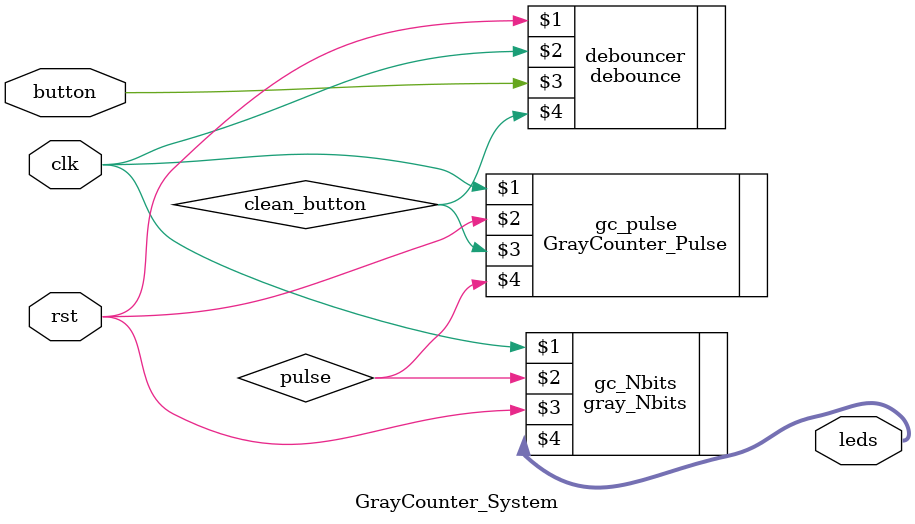
<source format=v>
`timescale 1ns / 1ps
module GrayCounter_System(clk, rst, button, leds);
  parameter N = 4;
  parameter distance = 100000000;// How much for 1 Hz when clk period is 10 ns?
  input clk, rst, button;
  output [N-1:0] leds;
  wire clean_button, pulse;
  
	// Instantiation of the debounce
	debounce debouncer (rst, clk, button, clean_button);
  
  // Instantiation of the GrayCounter_Pulse 
  GrayCounter_Pulse gc_pulse (clk, rst, clean_button, pulse);
	 
  // Instantiation of the gray_Nbits 
  gray_Nbits gc_Nbits (clk, pulse, rst, leds);

endmodule

</source>
